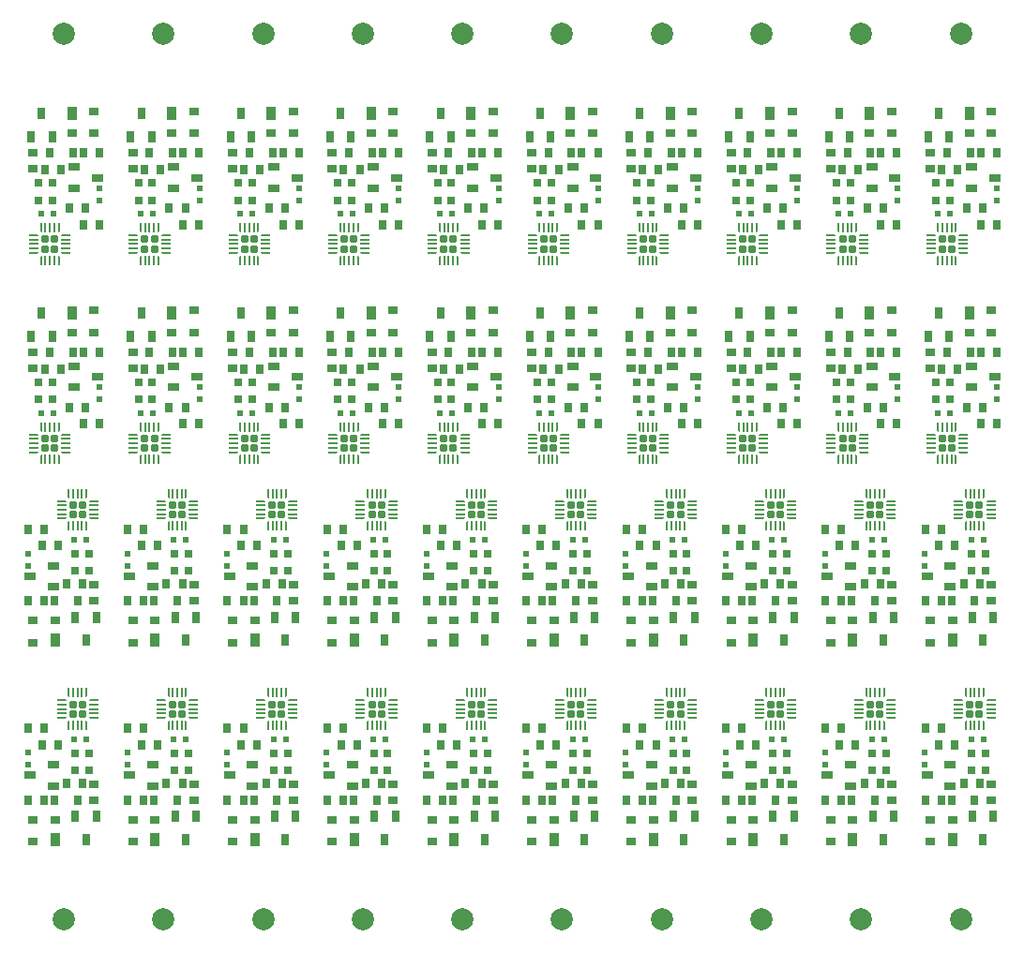
<source format=gtp>
G04 #@! TF.GenerationSoftware,KiCad,Pcbnew,7.0.11*
G04 #@! TF.CreationDate,2024-02-28T18:49:23+09:00*
G04 #@! TF.ProjectId,F02-Func-Decoder-p,4630322d-4675-46e6-932d-4465636f6465,rev?*
G04 #@! TF.SameCoordinates,Original*
G04 #@! TF.FileFunction,Paste,Top*
G04 #@! TF.FilePolarity,Positive*
%FSLAX46Y46*%
G04 Gerber Fmt 4.6, Leading zero omitted, Abs format (unit mm)*
G04 Created by KiCad (PCBNEW 7.0.11) date 2024-02-28 18:49:23*
%MOMM*%
%LPD*%
G01*
G04 APERTURE LIST*
G04 Aperture macros list*
%AMRoundRect*
0 Rectangle with rounded corners*
0 $1 Rounding radius*
0 $2 $3 $4 $5 $6 $7 $8 $9 X,Y pos of 4 corners*
0 Add a 4 corners polygon primitive as box body*
4,1,4,$2,$3,$4,$5,$6,$7,$8,$9,$2,$3,0*
0 Add four circle primitives for the rounded corners*
1,1,$1+$1,$2,$3*
1,1,$1+$1,$4,$5*
1,1,$1+$1,$6,$7*
1,1,$1+$1,$8,$9*
0 Add four rect primitives between the rounded corners*
20,1,$1+$1,$2,$3,$4,$5,0*
20,1,$1+$1,$4,$5,$6,$7,0*
20,1,$1+$1,$6,$7,$8,$9,0*
20,1,$1+$1,$8,$9,$2,$3,0*%
%AMFreePoly0*
4,1,14,0.334644,0.085355,0.385355,0.034644,0.400000,-0.000711,0.400000,-0.050000,0.385355,-0.085355,0.350000,-0.100000,-0.350000,-0.100000,-0.385355,-0.085355,-0.400000,-0.050000,-0.400000,0.050000,-0.385355,0.085355,-0.350000,0.100000,0.299289,0.100000,0.334644,0.085355,0.334644,0.085355,$1*%
%AMFreePoly1*
4,1,14,0.385355,0.085355,0.400000,0.050000,0.400000,0.000711,0.385355,-0.034644,0.334644,-0.085355,0.299289,-0.100000,-0.350000,-0.100000,-0.385355,-0.085355,-0.400000,-0.050000,-0.400000,0.050000,-0.385355,0.085355,-0.350000,0.100000,0.350000,0.100000,0.385355,0.085355,0.385355,0.085355,$1*%
%AMFreePoly2*
4,1,14,0.085355,0.385355,0.100000,0.350000,0.100000,-0.350000,0.085355,-0.385355,0.050000,-0.400000,-0.050000,-0.400000,-0.085355,-0.385355,-0.100000,-0.350000,-0.100000,0.299289,-0.085355,0.334644,-0.034644,0.385355,0.000711,0.400000,0.050000,0.400000,0.085355,0.385355,0.085355,0.385355,$1*%
%AMFreePoly3*
4,1,14,0.034644,0.385355,0.085355,0.334644,0.100000,0.299289,0.100000,-0.350000,0.085355,-0.385355,0.050000,-0.400000,-0.050000,-0.400000,-0.085355,-0.385355,-0.100000,-0.350000,-0.100000,0.350000,-0.085355,0.385355,-0.050000,0.400000,-0.000711,0.400000,0.034644,0.385355,0.034644,0.385355,$1*%
%AMFreePoly4*
4,1,14,0.385355,0.085355,0.400000,0.050000,0.400000,-0.050000,0.385355,-0.085355,0.350000,-0.100000,-0.299289,-0.100000,-0.334644,-0.085355,-0.385355,-0.034644,-0.400000,0.000711,-0.400000,0.050000,-0.385355,0.085355,-0.350000,0.100000,0.350000,0.100000,0.385355,0.085355,0.385355,0.085355,$1*%
%AMFreePoly5*
4,1,14,0.385355,0.085355,0.400000,0.050000,0.400000,-0.050000,0.385355,-0.085355,0.350000,-0.100000,-0.350000,-0.100000,-0.385355,-0.085355,-0.400000,-0.050000,-0.400000,-0.000711,-0.385355,0.034644,-0.334644,0.085355,-0.299289,0.100000,0.350000,0.100000,0.385355,0.085355,0.385355,0.085355,$1*%
%AMFreePoly6*
4,1,14,0.085355,0.385355,0.100000,0.350000,0.100000,-0.299289,0.085355,-0.334644,0.034644,-0.385355,-0.000711,-0.400000,-0.050000,-0.400000,-0.085355,-0.385355,-0.100000,-0.350000,-0.100000,0.350000,-0.085355,0.385355,-0.050000,0.400000,0.050000,0.400000,0.085355,0.385355,0.085355,0.385355,$1*%
%AMFreePoly7*
4,1,14,0.085355,0.385355,0.100000,0.350000,0.100000,-0.350000,0.085355,-0.385355,0.050000,-0.400000,0.000711,-0.400000,-0.034644,-0.385355,-0.085355,-0.334644,-0.100000,-0.299289,-0.100000,0.350000,-0.085355,0.385355,-0.050000,0.400000,0.050000,0.400000,0.085355,0.385355,0.085355,0.385355,$1*%
G04 Aperture macros list end*
%ADD10R,0.650000X0.900000*%
%ADD11R,0.550000X0.500000*%
%ADD12R,0.700000X0.800000*%
%ADD13C,2.000000*%
%ADD14R,0.900000X1.200000*%
%ADD15R,0.900000X0.800000*%
%ADD16R,0.800000X1.000000*%
%ADD17R,0.500000X0.550000*%
%ADD18RoundRect,0.172500X-0.172500X0.172500X-0.172500X-0.172500X0.172500X-0.172500X0.172500X0.172500X0*%
%ADD19FreePoly0,270.000000*%
%ADD20RoundRect,0.050000X-0.050000X0.350000X-0.050000X-0.350000X0.050000X-0.350000X0.050000X0.350000X0*%
%ADD21FreePoly1,270.000000*%
%ADD22FreePoly2,270.000000*%
%ADD23RoundRect,0.050000X-0.350000X0.050000X-0.350000X-0.050000X0.350000X-0.050000X0.350000X0.050000X0*%
%ADD24FreePoly3,270.000000*%
%ADD25FreePoly4,270.000000*%
%ADD26FreePoly5,270.000000*%
%ADD27FreePoly6,270.000000*%
%ADD28FreePoly7,270.000000*%
%ADD29R,1.000000X0.800000*%
%ADD30R,0.900000X0.650000*%
%ADD31R,0.800000X0.900000*%
%ADD32R,0.800000X0.800000*%
%ADD33RoundRect,0.172500X0.172500X-0.172500X0.172500X0.172500X-0.172500X0.172500X-0.172500X-0.172500X0*%
%ADD34FreePoly0,90.000000*%
%ADD35RoundRect,0.050000X0.050000X-0.350000X0.050000X0.350000X-0.050000X0.350000X-0.050000X-0.350000X0*%
%ADD36FreePoly1,90.000000*%
%ADD37FreePoly2,90.000000*%
%ADD38RoundRect,0.050000X0.350000X-0.050000X0.350000X0.050000X-0.350000X0.050000X-0.350000X-0.050000X0*%
%ADD39FreePoly3,90.000000*%
%ADD40FreePoly4,90.000000*%
%ADD41FreePoly5,90.000000*%
%ADD42FreePoly6,90.000000*%
%ADD43FreePoly7,90.000000*%
G04 APERTURE END LIST*
D10*
X166725000Y-98700000D03*
X165275000Y-98700000D03*
D11*
X149050000Y-94750000D03*
X147950000Y-94750000D03*
D12*
X185250000Y-113975000D03*
X185250000Y-115525000D03*
D13*
X156000000Y-129000000D03*
D12*
X122250000Y-113975000D03*
X122250000Y-115525000D03*
D10*
X118275000Y-79300000D03*
X119725000Y-79300000D03*
D14*
X156750000Y-74200000D03*
D15*
X156750000Y-76000000D03*
X158750000Y-76000000D03*
X158750000Y-74000000D03*
D16*
X122950000Y-101700000D03*
X121050000Y-101700000D03*
X122000000Y-103800000D03*
D10*
X188775000Y-111750000D03*
X190225000Y-111750000D03*
D17*
X107750000Y-115050000D03*
X107750000Y-113950000D03*
D16*
X171050000Y-58300000D03*
X172950000Y-58300000D03*
X172000000Y-56200000D03*
D12*
X108750000Y-82025000D03*
X108750000Y-80475000D03*
D11*
X135950000Y-65250000D03*
X137050000Y-65250000D03*
D10*
X127275000Y-61300000D03*
X128725000Y-61300000D03*
D16*
X158950000Y-119700000D03*
X157050000Y-119700000D03*
X158000000Y-121800000D03*
D18*
X182175000Y-85575000D03*
X181325000Y-85575000D03*
X182175000Y-86425000D03*
X181325000Y-86425000D03*
D19*
X182550000Y-84550000D03*
D20*
X182150000Y-84550000D03*
X181750000Y-84550000D03*
X181350000Y-84550000D03*
D21*
X180950000Y-84550000D03*
D22*
X180300000Y-85200000D03*
D23*
X180300000Y-85600000D03*
X180300000Y-86000000D03*
X180300000Y-86400000D03*
D24*
X180300000Y-86800000D03*
D25*
X180950000Y-87450000D03*
D20*
X181350000Y-87450000D03*
X181750000Y-87450000D03*
X182150000Y-87450000D03*
D26*
X182550000Y-87450000D03*
D27*
X183200000Y-86800000D03*
D23*
X183200000Y-86400000D03*
X183200000Y-86000000D03*
X183200000Y-85600000D03*
D28*
X183200000Y-85200000D03*
D29*
X182050000Y-116950000D03*
X182050000Y-115050000D03*
X179950000Y-116000000D03*
D17*
X168250000Y-80950000D03*
X168250000Y-82050000D03*
D30*
X162250000Y-77775000D03*
X162250000Y-79225000D03*
X122750000Y-100225000D03*
X122750000Y-98775000D03*
D12*
X158250000Y-113975000D03*
X158250000Y-115525000D03*
D16*
X140950000Y-119700000D03*
X139050000Y-119700000D03*
X140000000Y-121800000D03*
D10*
X107775000Y-100250000D03*
X109225000Y-100250000D03*
D29*
X174950000Y-79050000D03*
X174950000Y-80950000D03*
X177050000Y-80000000D03*
D12*
X158250000Y-95975000D03*
X158250000Y-97525000D03*
D11*
X144950000Y-65250000D03*
X146050000Y-65250000D03*
D31*
X110150000Y-118250000D03*
X112250000Y-118250000D03*
D11*
X167050000Y-112750000D03*
X165950000Y-112750000D03*
D31*
X120850000Y-59750000D03*
X118750000Y-59750000D03*
D10*
X136025000Y-113250000D03*
X137475000Y-113250000D03*
D31*
X111850000Y-59750000D03*
X109750000Y-59750000D03*
D13*
X156000000Y-49000000D03*
D17*
X123250000Y-62950000D03*
X123250000Y-64050000D03*
D16*
X122950000Y-119700000D03*
X121050000Y-119700000D03*
X122000000Y-121800000D03*
D10*
X193975000Y-82750000D03*
X192525000Y-82750000D03*
D12*
X180750000Y-64025000D03*
X180750000Y-62475000D03*
D11*
X185050000Y-112750000D03*
X183950000Y-112750000D03*
D32*
X130000000Y-113975000D03*
X130000000Y-115525000D03*
D12*
X135750000Y-82025000D03*
X135750000Y-80475000D03*
D33*
X192825000Y-110425000D03*
X193675000Y-110425000D03*
X192825000Y-109575000D03*
X193675000Y-109575000D03*
D34*
X192450000Y-111450000D03*
D35*
X192850000Y-111450000D03*
X193250000Y-111450000D03*
X193650000Y-111450000D03*
D36*
X194050000Y-111450000D03*
D37*
X194700000Y-110800000D03*
D38*
X194700000Y-110400000D03*
X194700000Y-110000000D03*
X194700000Y-109600000D03*
D39*
X194700000Y-109200000D03*
D40*
X194050000Y-108550000D03*
D35*
X193650000Y-108550000D03*
X193250000Y-108550000D03*
X192850000Y-108550000D03*
D41*
X192450000Y-108550000D03*
D42*
X191800000Y-109200000D03*
D38*
X191800000Y-109600000D03*
X191800000Y-110000000D03*
X191800000Y-110400000D03*
D43*
X191800000Y-110800000D03*
D30*
X108250000Y-59775000D03*
X108250000Y-61225000D03*
D14*
X119250000Y-103800000D03*
D15*
X119250000Y-102000000D03*
X117250000Y-102000000D03*
X117250000Y-104000000D03*
D10*
X157975000Y-82750000D03*
X156525000Y-82750000D03*
D33*
X156825000Y-110425000D03*
X157675000Y-110425000D03*
X156825000Y-109575000D03*
X157675000Y-109575000D03*
D34*
X156450000Y-111450000D03*
D35*
X156850000Y-111450000D03*
X157250000Y-111450000D03*
X157650000Y-111450000D03*
D36*
X158050000Y-111450000D03*
D37*
X158700000Y-110800000D03*
D38*
X158700000Y-110400000D03*
X158700000Y-110000000D03*
X158700000Y-109600000D03*
D39*
X158700000Y-109200000D03*
D40*
X158050000Y-108550000D03*
D35*
X157650000Y-108550000D03*
X157250000Y-108550000D03*
X156850000Y-108550000D03*
D41*
X156450000Y-108550000D03*
D42*
X155800000Y-109200000D03*
D38*
X155800000Y-109600000D03*
X155800000Y-110000000D03*
X155800000Y-110400000D03*
D43*
X155800000Y-110800000D03*
D10*
X127025000Y-95250000D03*
X128475000Y-95250000D03*
D30*
X194750000Y-118225000D03*
X194750000Y-116775000D03*
X140750000Y-100225000D03*
X140750000Y-98775000D03*
D16*
X176950000Y-101700000D03*
X175050000Y-101700000D03*
X176000000Y-103800000D03*
D10*
X152775000Y-100250000D03*
X154225000Y-100250000D03*
D33*
X120825000Y-92425000D03*
X121675000Y-92425000D03*
X120825000Y-91575000D03*
X121675000Y-91575000D03*
D34*
X120450000Y-93450000D03*
D35*
X120850000Y-93450000D03*
X121250000Y-93450000D03*
X121650000Y-93450000D03*
D36*
X122050000Y-93450000D03*
D37*
X122700000Y-92800000D03*
D38*
X122700000Y-92400000D03*
X122700000Y-92000000D03*
X122700000Y-91600000D03*
D39*
X122700000Y-91200000D03*
D40*
X122050000Y-90550000D03*
D35*
X121650000Y-90550000D03*
X121250000Y-90550000D03*
X120850000Y-90550000D03*
D41*
X120450000Y-90550000D03*
D42*
X119800000Y-91200000D03*
D38*
X119800000Y-91600000D03*
X119800000Y-92000000D03*
X119800000Y-92400000D03*
D43*
X119800000Y-92800000D03*
D10*
X139725000Y-116700000D03*
X138275000Y-116700000D03*
D30*
X171250000Y-77775000D03*
X171250000Y-79225000D03*
D32*
X173000000Y-64025000D03*
X173000000Y-62475000D03*
D14*
X173250000Y-121800000D03*
D15*
X173250000Y-120000000D03*
X171250000Y-120000000D03*
X171250000Y-122000000D03*
D30*
X144250000Y-59775000D03*
X144250000Y-61225000D03*
D10*
X116775000Y-100250000D03*
X118225000Y-100250000D03*
D12*
X185250000Y-95975000D03*
X185250000Y-97525000D03*
D29*
X128050000Y-98950000D03*
X128050000Y-97050000D03*
X125950000Y-98000000D03*
D10*
X195225000Y-77750000D03*
X193775000Y-77750000D03*
X143775000Y-111750000D03*
X145225000Y-111750000D03*
D13*
X165000000Y-49000000D03*
D10*
X136275000Y-61300000D03*
X137725000Y-61300000D03*
X118025000Y-113250000D03*
X119475000Y-113250000D03*
D11*
X131050000Y-94750000D03*
X129950000Y-94750000D03*
D29*
X173050000Y-116950000D03*
X173050000Y-115050000D03*
X170950000Y-116000000D03*
D10*
X123225000Y-66250000D03*
X121775000Y-66250000D03*
D30*
X158750000Y-118225000D03*
X158750000Y-116775000D03*
D17*
X143750000Y-97050000D03*
X143750000Y-95950000D03*
D14*
X155250000Y-121800000D03*
D15*
X155250000Y-120000000D03*
X153250000Y-120000000D03*
X153250000Y-122000000D03*
D17*
X143750000Y-115050000D03*
X143750000Y-113950000D03*
X141250000Y-62950000D03*
X141250000Y-64050000D03*
D30*
X171250000Y-59775000D03*
X171250000Y-61225000D03*
X153250000Y-59775000D03*
X153250000Y-61225000D03*
D29*
X120950000Y-79050000D03*
X120950000Y-80950000D03*
X123050000Y-80000000D03*
D10*
X132225000Y-84250000D03*
X130775000Y-84250000D03*
D12*
X167250000Y-95975000D03*
X167250000Y-97525000D03*
D14*
X111750000Y-56200000D03*
D15*
X111750000Y-58000000D03*
X113750000Y-58000000D03*
X113750000Y-56000000D03*
D17*
X188750000Y-115050000D03*
X188750000Y-113950000D03*
D32*
X128000000Y-82025000D03*
X128000000Y-80475000D03*
D10*
X170775000Y-100250000D03*
X172225000Y-100250000D03*
D13*
X129000000Y-129000000D03*
D18*
X137175000Y-67575000D03*
X136325000Y-67575000D03*
X137175000Y-68425000D03*
X136325000Y-68425000D03*
D19*
X137550000Y-66550000D03*
D20*
X137150000Y-66550000D03*
X136750000Y-66550000D03*
X136350000Y-66550000D03*
D21*
X135950000Y-66550000D03*
D22*
X135300000Y-67200000D03*
D23*
X135300000Y-67600000D03*
X135300000Y-68000000D03*
X135300000Y-68400000D03*
D24*
X135300000Y-68800000D03*
D25*
X135950000Y-69450000D03*
D20*
X136350000Y-69450000D03*
X136750000Y-69450000D03*
X137150000Y-69450000D03*
D26*
X137550000Y-69450000D03*
D27*
X138200000Y-68800000D03*
D23*
X138200000Y-68400000D03*
X138200000Y-68000000D03*
X138200000Y-67600000D03*
D28*
X138200000Y-67200000D03*
D14*
X183750000Y-74200000D03*
D15*
X183750000Y-76000000D03*
X185750000Y-76000000D03*
X185750000Y-74000000D03*
D16*
X167950000Y-101700000D03*
X166050000Y-101700000D03*
X167000000Y-103800000D03*
D17*
X123250000Y-80950000D03*
X123250000Y-82050000D03*
D13*
X120000000Y-129000000D03*
D10*
X177225000Y-59750000D03*
X175775000Y-59750000D03*
D12*
X194250000Y-95975000D03*
X194250000Y-97525000D03*
D13*
X120000000Y-49000000D03*
D10*
X112725000Y-116700000D03*
X111275000Y-116700000D03*
X134775000Y-100250000D03*
X136225000Y-100250000D03*
X175975000Y-64750000D03*
X174525000Y-64750000D03*
D12*
X113250000Y-95975000D03*
X113250000Y-97525000D03*
D17*
X186250000Y-62950000D03*
X186250000Y-64050000D03*
D33*
X147825000Y-92425000D03*
X148675000Y-92425000D03*
X147825000Y-91575000D03*
X148675000Y-91575000D03*
D34*
X147450000Y-93450000D03*
D35*
X147850000Y-93450000D03*
X148250000Y-93450000D03*
X148650000Y-93450000D03*
D36*
X149050000Y-93450000D03*
D37*
X149700000Y-92800000D03*
D38*
X149700000Y-92400000D03*
X149700000Y-92000000D03*
X149700000Y-91600000D03*
D39*
X149700000Y-91200000D03*
D40*
X149050000Y-90550000D03*
D35*
X148650000Y-90550000D03*
X148250000Y-90550000D03*
X147850000Y-90550000D03*
D41*
X147450000Y-90550000D03*
D42*
X146800000Y-91200000D03*
D38*
X146800000Y-91600000D03*
X146800000Y-92000000D03*
X146800000Y-92400000D03*
D43*
X146800000Y-92800000D03*
D10*
X161775000Y-100250000D03*
X163225000Y-100250000D03*
D16*
X135050000Y-76300000D03*
X136950000Y-76300000D03*
X136000000Y-74200000D03*
D31*
X119150000Y-100250000D03*
X121250000Y-100250000D03*
D33*
X183825000Y-110425000D03*
X184675000Y-110425000D03*
X183825000Y-109575000D03*
X184675000Y-109575000D03*
D34*
X183450000Y-111450000D03*
D35*
X183850000Y-111450000D03*
X184250000Y-111450000D03*
X184650000Y-111450000D03*
D36*
X185050000Y-111450000D03*
D37*
X185700000Y-110800000D03*
D38*
X185700000Y-110400000D03*
X185700000Y-110000000D03*
X185700000Y-109600000D03*
D39*
X185700000Y-109200000D03*
D40*
X185050000Y-108550000D03*
D35*
X184650000Y-108550000D03*
X184250000Y-108550000D03*
X183850000Y-108550000D03*
D41*
X183450000Y-108550000D03*
D42*
X182800000Y-109200000D03*
D38*
X182800000Y-109600000D03*
X182800000Y-110000000D03*
X182800000Y-110400000D03*
D43*
X182800000Y-110800000D03*
D29*
X165950000Y-79050000D03*
X165950000Y-80950000D03*
X168050000Y-80000000D03*
D33*
X165825000Y-92425000D03*
X166675000Y-92425000D03*
X165825000Y-91575000D03*
X166675000Y-91575000D03*
D34*
X165450000Y-93450000D03*
D35*
X165850000Y-93450000D03*
X166250000Y-93450000D03*
X166650000Y-93450000D03*
D36*
X167050000Y-93450000D03*
D37*
X167700000Y-92800000D03*
D38*
X167700000Y-92400000D03*
X167700000Y-92000000D03*
X167700000Y-91600000D03*
D39*
X167700000Y-91200000D03*
D40*
X167050000Y-90550000D03*
D35*
X166650000Y-90550000D03*
X166250000Y-90550000D03*
X165850000Y-90550000D03*
D41*
X165450000Y-90550000D03*
D42*
X164800000Y-91200000D03*
D38*
X164800000Y-91600000D03*
X164800000Y-92000000D03*
X164800000Y-92400000D03*
D43*
X164800000Y-92800000D03*
D10*
X121975000Y-64750000D03*
X120525000Y-64750000D03*
D11*
X140050000Y-112750000D03*
X138950000Y-112750000D03*
D10*
X132225000Y-59750000D03*
X130775000Y-59750000D03*
X181025000Y-95250000D03*
X182475000Y-95250000D03*
D16*
X194950000Y-119700000D03*
X193050000Y-119700000D03*
X194000000Y-121800000D03*
D10*
X121975000Y-82750000D03*
X120525000Y-82750000D03*
D16*
X117050000Y-58300000D03*
X118950000Y-58300000D03*
X118000000Y-56200000D03*
D13*
X183000000Y-129000000D03*
D31*
X129850000Y-59750000D03*
X127750000Y-59750000D03*
D32*
X164000000Y-82025000D03*
X164000000Y-80475000D03*
D17*
X152750000Y-115050000D03*
X152750000Y-113950000D03*
X161750000Y-97050000D03*
X161750000Y-95950000D03*
D10*
X159225000Y-77750000D03*
X157775000Y-77750000D03*
D16*
X144050000Y-76300000D03*
X145950000Y-76300000D03*
X145000000Y-74200000D03*
D31*
X156850000Y-77750000D03*
X154750000Y-77750000D03*
D10*
X143775000Y-118250000D03*
X145225000Y-118250000D03*
D30*
X117250000Y-77775000D03*
X117250000Y-79225000D03*
D16*
X180050000Y-58300000D03*
X181950000Y-58300000D03*
X181000000Y-56200000D03*
D10*
X141225000Y-84250000D03*
X139775000Y-84250000D03*
X161775000Y-111750000D03*
X163225000Y-111750000D03*
X141225000Y-77750000D03*
X139775000Y-77750000D03*
D29*
X119050000Y-98950000D03*
X119050000Y-97050000D03*
X116950000Y-98000000D03*
D10*
X139725000Y-98700000D03*
X138275000Y-98700000D03*
D14*
X156750000Y-56200000D03*
D15*
X156750000Y-58000000D03*
X158750000Y-58000000D03*
X158750000Y-56000000D03*
D32*
X139000000Y-113975000D03*
X139000000Y-115525000D03*
D13*
X174000000Y-49000000D03*
D14*
X191250000Y-121800000D03*
D15*
X191250000Y-120000000D03*
X189250000Y-120000000D03*
X189250000Y-122000000D03*
D30*
X158750000Y-100225000D03*
X158750000Y-98775000D03*
D32*
X155000000Y-64025000D03*
X155000000Y-62475000D03*
D11*
X158050000Y-94750000D03*
X156950000Y-94750000D03*
D31*
X174850000Y-59750000D03*
X172750000Y-59750000D03*
D10*
X114225000Y-59750000D03*
X112775000Y-59750000D03*
D18*
X146175000Y-85575000D03*
X145325000Y-85575000D03*
X146175000Y-86425000D03*
X145325000Y-86425000D03*
D19*
X146550000Y-84550000D03*
D20*
X146150000Y-84550000D03*
X145750000Y-84550000D03*
X145350000Y-84550000D03*
D21*
X144950000Y-84550000D03*
D22*
X144300000Y-85200000D03*
D23*
X144300000Y-85600000D03*
X144300000Y-86000000D03*
X144300000Y-86400000D03*
D24*
X144300000Y-86800000D03*
D25*
X144950000Y-87450000D03*
D20*
X145350000Y-87450000D03*
X145750000Y-87450000D03*
X146150000Y-87450000D03*
D26*
X146550000Y-87450000D03*
D27*
X147200000Y-86800000D03*
D23*
X147200000Y-86400000D03*
X147200000Y-86000000D03*
X147200000Y-85600000D03*
D28*
X147200000Y-85200000D03*
D11*
X194050000Y-94750000D03*
X192950000Y-94750000D03*
D14*
X110250000Y-103800000D03*
D15*
X110250000Y-102000000D03*
X108250000Y-102000000D03*
X108250000Y-104000000D03*
D10*
X195225000Y-59750000D03*
X193775000Y-59750000D03*
D16*
X149950000Y-119700000D03*
X148050000Y-119700000D03*
X149000000Y-121800000D03*
D10*
X163025000Y-113250000D03*
X164475000Y-113250000D03*
D17*
X150250000Y-62950000D03*
X150250000Y-64050000D03*
D11*
X153950000Y-83250000D03*
X155050000Y-83250000D03*
D13*
X192000000Y-129000000D03*
D10*
X109025000Y-113250000D03*
X110475000Y-113250000D03*
X177225000Y-84250000D03*
X175775000Y-84250000D03*
D29*
X120950000Y-61050000D03*
X120950000Y-62950000D03*
X123050000Y-62000000D03*
D13*
X129000000Y-49000000D03*
D29*
X183950000Y-61050000D03*
X183950000Y-62950000D03*
X186050000Y-62000000D03*
D10*
X179775000Y-100250000D03*
X181225000Y-100250000D03*
D29*
X182050000Y-98950000D03*
X182050000Y-97050000D03*
X179950000Y-98000000D03*
D10*
X116775000Y-111750000D03*
X118225000Y-111750000D03*
X136275000Y-79300000D03*
X137725000Y-79300000D03*
D11*
X108950000Y-65250000D03*
X110050000Y-65250000D03*
D10*
X168225000Y-59750000D03*
X166775000Y-59750000D03*
D14*
X146250000Y-121800000D03*
D15*
X146250000Y-120000000D03*
X144250000Y-120000000D03*
X144250000Y-122000000D03*
D29*
X110050000Y-98950000D03*
X110050000Y-97050000D03*
X107950000Y-98000000D03*
X155050000Y-116950000D03*
X155050000Y-115050000D03*
X152950000Y-116000000D03*
D11*
X149050000Y-112750000D03*
X147950000Y-112750000D03*
D30*
X149750000Y-100225000D03*
X149750000Y-98775000D03*
D10*
X170775000Y-111750000D03*
X172225000Y-111750000D03*
D12*
X176250000Y-113975000D03*
X176250000Y-115525000D03*
X135750000Y-64025000D03*
X135750000Y-62475000D03*
D17*
X159250000Y-62950000D03*
X159250000Y-64050000D03*
D14*
X165750000Y-74200000D03*
D15*
X165750000Y-76000000D03*
X167750000Y-76000000D03*
X167750000Y-74000000D03*
D17*
X114250000Y-62950000D03*
X114250000Y-64050000D03*
D16*
X117050000Y-76300000D03*
X118950000Y-76300000D03*
X118000000Y-74200000D03*
X108050000Y-58300000D03*
X109950000Y-58300000D03*
X109000000Y-56200000D03*
D31*
X155150000Y-100250000D03*
X157250000Y-100250000D03*
D12*
X189750000Y-64025000D03*
X189750000Y-62475000D03*
D11*
X144950000Y-83250000D03*
X146050000Y-83250000D03*
D10*
X109275000Y-79300000D03*
X110725000Y-79300000D03*
D32*
X121000000Y-95975000D03*
X121000000Y-97525000D03*
D31*
X183850000Y-59750000D03*
X181750000Y-59750000D03*
D13*
X174000000Y-129000000D03*
D31*
X183850000Y-77750000D03*
X181750000Y-77750000D03*
D33*
X138825000Y-110425000D03*
X139675000Y-110425000D03*
X138825000Y-109575000D03*
X139675000Y-109575000D03*
D34*
X138450000Y-111450000D03*
D35*
X138850000Y-111450000D03*
X139250000Y-111450000D03*
X139650000Y-111450000D03*
D36*
X140050000Y-111450000D03*
D37*
X140700000Y-110800000D03*
D38*
X140700000Y-110400000D03*
X140700000Y-110000000D03*
X140700000Y-109600000D03*
D39*
X140700000Y-109200000D03*
D40*
X140050000Y-108550000D03*
D35*
X139650000Y-108550000D03*
X139250000Y-108550000D03*
X138850000Y-108550000D03*
D41*
X138450000Y-108550000D03*
D42*
X137800000Y-109200000D03*
D38*
X137800000Y-109600000D03*
X137800000Y-110000000D03*
X137800000Y-110400000D03*
D43*
X137800000Y-110800000D03*
D12*
X144750000Y-64025000D03*
X144750000Y-62475000D03*
D10*
X166975000Y-64750000D03*
X165525000Y-64750000D03*
X172025000Y-113250000D03*
X173475000Y-113250000D03*
D32*
X184000000Y-113975000D03*
X184000000Y-115525000D03*
X146000000Y-82025000D03*
X146000000Y-80475000D03*
D10*
X123225000Y-59750000D03*
X121775000Y-59750000D03*
D32*
X175000000Y-95975000D03*
X175000000Y-97525000D03*
D30*
X167750000Y-118225000D03*
X167750000Y-116775000D03*
D11*
X122050000Y-94750000D03*
X120950000Y-94750000D03*
D13*
X138000000Y-129000000D03*
D32*
X112000000Y-113975000D03*
X112000000Y-115525000D03*
D29*
X119050000Y-116950000D03*
X119050000Y-115050000D03*
X116950000Y-116000000D03*
D10*
X139975000Y-82750000D03*
X138525000Y-82750000D03*
D17*
X170750000Y-115050000D03*
X170750000Y-113950000D03*
D29*
X164050000Y-98950000D03*
X164050000Y-97050000D03*
X161950000Y-98000000D03*
D10*
X154025000Y-95250000D03*
X155475000Y-95250000D03*
D12*
X194250000Y-113975000D03*
X194250000Y-115525000D03*
D10*
X177225000Y-66250000D03*
X175775000Y-66250000D03*
D32*
X175000000Y-113975000D03*
X175000000Y-115525000D03*
D10*
X134775000Y-111750000D03*
X136225000Y-111750000D03*
D14*
X173250000Y-103800000D03*
D15*
X173250000Y-102000000D03*
X171250000Y-102000000D03*
X171250000Y-104000000D03*
D10*
X163275000Y-61300000D03*
X164725000Y-61300000D03*
D17*
X170750000Y-97050000D03*
X170750000Y-95950000D03*
D14*
X192750000Y-56200000D03*
D15*
X192750000Y-58000000D03*
X194750000Y-58000000D03*
X194750000Y-56000000D03*
D13*
X111000000Y-129000000D03*
D10*
X161775000Y-118250000D03*
X163225000Y-118250000D03*
D31*
X191150000Y-118250000D03*
X193250000Y-118250000D03*
D32*
X110000000Y-64025000D03*
X110000000Y-62475000D03*
D10*
X130975000Y-64750000D03*
X129525000Y-64750000D03*
D18*
X191175000Y-85575000D03*
X190325000Y-85575000D03*
X191175000Y-86425000D03*
X190325000Y-86425000D03*
D19*
X191550000Y-84550000D03*
D20*
X191150000Y-84550000D03*
X190750000Y-84550000D03*
X190350000Y-84550000D03*
D21*
X189950000Y-84550000D03*
D22*
X189300000Y-85200000D03*
D23*
X189300000Y-85600000D03*
X189300000Y-86000000D03*
X189300000Y-86400000D03*
D24*
X189300000Y-86800000D03*
D25*
X189950000Y-87450000D03*
D20*
X190350000Y-87450000D03*
X190750000Y-87450000D03*
X191150000Y-87450000D03*
D26*
X191550000Y-87450000D03*
D27*
X192200000Y-86800000D03*
D23*
X192200000Y-86400000D03*
X192200000Y-86000000D03*
X192200000Y-85600000D03*
D28*
X192200000Y-85200000D03*
D12*
X126750000Y-82025000D03*
X126750000Y-80475000D03*
D16*
X185950000Y-101700000D03*
X184050000Y-101700000D03*
X185000000Y-103800000D03*
D10*
X188775000Y-118250000D03*
X190225000Y-118250000D03*
X118275000Y-61300000D03*
X119725000Y-61300000D03*
X150225000Y-77750000D03*
X148775000Y-77750000D03*
D18*
X119175000Y-85575000D03*
X118325000Y-85575000D03*
X119175000Y-86425000D03*
X118325000Y-86425000D03*
D19*
X119550000Y-84550000D03*
D20*
X119150000Y-84550000D03*
X118750000Y-84550000D03*
X118350000Y-84550000D03*
D21*
X117950000Y-84550000D03*
D22*
X117300000Y-85200000D03*
D23*
X117300000Y-85600000D03*
X117300000Y-86000000D03*
X117300000Y-86400000D03*
D24*
X117300000Y-86800000D03*
D25*
X117950000Y-87450000D03*
D20*
X118350000Y-87450000D03*
X118750000Y-87450000D03*
X119150000Y-87450000D03*
D26*
X119550000Y-87450000D03*
D27*
X120200000Y-86800000D03*
D23*
X120200000Y-86400000D03*
X120200000Y-86000000D03*
X120200000Y-85600000D03*
D28*
X120200000Y-85200000D03*
D12*
X117750000Y-82025000D03*
X117750000Y-80475000D03*
D17*
X152750000Y-97050000D03*
X152750000Y-95950000D03*
D16*
X144050000Y-58300000D03*
X145950000Y-58300000D03*
X145000000Y-56200000D03*
D32*
X193000000Y-95975000D03*
X193000000Y-97525000D03*
D14*
X147750000Y-56200000D03*
D15*
X147750000Y-58000000D03*
X149750000Y-58000000D03*
X149750000Y-56000000D03*
D10*
X172275000Y-61300000D03*
X173725000Y-61300000D03*
X166725000Y-116700000D03*
X165275000Y-116700000D03*
D33*
X147825000Y-110425000D03*
X148675000Y-110425000D03*
X147825000Y-109575000D03*
X148675000Y-109575000D03*
D34*
X147450000Y-111450000D03*
D35*
X147850000Y-111450000D03*
X148250000Y-111450000D03*
X148650000Y-111450000D03*
D36*
X149050000Y-111450000D03*
D37*
X149700000Y-110800000D03*
D38*
X149700000Y-110400000D03*
X149700000Y-110000000D03*
X149700000Y-109600000D03*
D39*
X149700000Y-109200000D03*
D40*
X149050000Y-108550000D03*
D35*
X148650000Y-108550000D03*
X148250000Y-108550000D03*
X147850000Y-108550000D03*
D41*
X147450000Y-108550000D03*
D42*
X146800000Y-109200000D03*
D38*
X146800000Y-109600000D03*
X146800000Y-110000000D03*
X146800000Y-110400000D03*
D43*
X146800000Y-110800000D03*
D16*
X131950000Y-119700000D03*
X130050000Y-119700000D03*
X131000000Y-121800000D03*
D18*
X119175000Y-67575000D03*
X118325000Y-67575000D03*
X119175000Y-68425000D03*
X118325000Y-68425000D03*
D19*
X119550000Y-66550000D03*
D20*
X119150000Y-66550000D03*
X118750000Y-66550000D03*
X118350000Y-66550000D03*
D21*
X117950000Y-66550000D03*
D22*
X117300000Y-67200000D03*
D23*
X117300000Y-67600000D03*
X117300000Y-68000000D03*
X117300000Y-68400000D03*
D24*
X117300000Y-68800000D03*
D25*
X117950000Y-69450000D03*
D20*
X118350000Y-69450000D03*
X118750000Y-69450000D03*
X119150000Y-69450000D03*
D26*
X119550000Y-69450000D03*
D27*
X120200000Y-68800000D03*
D23*
X120200000Y-68400000D03*
X120200000Y-68000000D03*
X120200000Y-67600000D03*
D28*
X120200000Y-67200000D03*
D14*
X147750000Y-74200000D03*
D15*
X147750000Y-76000000D03*
X149750000Y-76000000D03*
X149750000Y-74000000D03*
D30*
X108250000Y-77775000D03*
X108250000Y-79225000D03*
D29*
X146050000Y-98950000D03*
X146050000Y-97050000D03*
X143950000Y-98000000D03*
D10*
X170775000Y-93750000D03*
X172225000Y-93750000D03*
D17*
X134750000Y-115050000D03*
X134750000Y-113950000D03*
D32*
X155000000Y-82025000D03*
X155000000Y-80475000D03*
D16*
X171050000Y-76300000D03*
X172950000Y-76300000D03*
X172000000Y-74200000D03*
D17*
X107750000Y-97050000D03*
X107750000Y-95950000D03*
D10*
X163275000Y-79300000D03*
X164725000Y-79300000D03*
X121725000Y-116700000D03*
X120275000Y-116700000D03*
D11*
X171950000Y-65250000D03*
X173050000Y-65250000D03*
D17*
X159250000Y-80950000D03*
X159250000Y-82050000D03*
D10*
X132225000Y-66250000D03*
X130775000Y-66250000D03*
X127275000Y-79300000D03*
X128725000Y-79300000D03*
D11*
X189950000Y-83250000D03*
X191050000Y-83250000D03*
D14*
X182250000Y-103800000D03*
D15*
X182250000Y-102000000D03*
X180250000Y-102000000D03*
X180250000Y-104000000D03*
D10*
X143775000Y-93750000D03*
X145225000Y-93750000D03*
D32*
X182000000Y-64025000D03*
X182000000Y-62475000D03*
D12*
X176250000Y-95975000D03*
X176250000Y-97525000D03*
D29*
X147950000Y-79050000D03*
X147950000Y-80950000D03*
X150050000Y-80000000D03*
D16*
X126050000Y-58300000D03*
X127950000Y-58300000D03*
X127000000Y-56200000D03*
D18*
X128175000Y-67575000D03*
X127325000Y-67575000D03*
X128175000Y-68425000D03*
X127325000Y-68425000D03*
D19*
X128550000Y-66550000D03*
D20*
X128150000Y-66550000D03*
X127750000Y-66550000D03*
X127350000Y-66550000D03*
D21*
X126950000Y-66550000D03*
D22*
X126300000Y-67200000D03*
D23*
X126300000Y-67600000D03*
X126300000Y-68000000D03*
X126300000Y-68400000D03*
D24*
X126300000Y-68800000D03*
D25*
X126950000Y-69450000D03*
D20*
X127350000Y-69450000D03*
X127750000Y-69450000D03*
X128150000Y-69450000D03*
D26*
X128550000Y-69450000D03*
D27*
X129200000Y-68800000D03*
D23*
X129200000Y-68400000D03*
X129200000Y-68000000D03*
X129200000Y-67600000D03*
D28*
X129200000Y-67200000D03*
D16*
X153050000Y-76300000D03*
X154950000Y-76300000D03*
X154000000Y-74200000D03*
D18*
X146175000Y-67575000D03*
X145325000Y-67575000D03*
X146175000Y-68425000D03*
X145325000Y-68425000D03*
D19*
X146550000Y-66550000D03*
D20*
X146150000Y-66550000D03*
X145750000Y-66550000D03*
X145350000Y-66550000D03*
D21*
X144950000Y-66550000D03*
D22*
X144300000Y-67200000D03*
D23*
X144300000Y-67600000D03*
X144300000Y-68000000D03*
X144300000Y-68400000D03*
D24*
X144300000Y-68800000D03*
D25*
X144950000Y-69450000D03*
D20*
X145350000Y-69450000D03*
X145750000Y-69450000D03*
X146150000Y-69450000D03*
D26*
X146550000Y-69450000D03*
D27*
X147200000Y-68800000D03*
D23*
X147200000Y-68400000D03*
X147200000Y-68000000D03*
X147200000Y-67600000D03*
D28*
X147200000Y-67200000D03*
D33*
X183825000Y-92425000D03*
X184675000Y-92425000D03*
X183825000Y-91575000D03*
X184675000Y-91575000D03*
D34*
X183450000Y-93450000D03*
D35*
X183850000Y-93450000D03*
X184250000Y-93450000D03*
X184650000Y-93450000D03*
D36*
X185050000Y-93450000D03*
D37*
X185700000Y-92800000D03*
D38*
X185700000Y-92400000D03*
X185700000Y-92000000D03*
X185700000Y-91600000D03*
D39*
X185700000Y-91200000D03*
D40*
X185050000Y-90550000D03*
D35*
X184650000Y-90550000D03*
X184250000Y-90550000D03*
X183850000Y-90550000D03*
D41*
X183450000Y-90550000D03*
D42*
X182800000Y-91200000D03*
D38*
X182800000Y-91600000D03*
X182800000Y-92000000D03*
X182800000Y-92400000D03*
D43*
X182800000Y-92800000D03*
D10*
X116775000Y-118250000D03*
X118225000Y-118250000D03*
D31*
X156850000Y-59750000D03*
X154750000Y-59750000D03*
D10*
X186225000Y-77750000D03*
X184775000Y-77750000D03*
D13*
X183000000Y-49000000D03*
D10*
X154275000Y-61300000D03*
X155725000Y-61300000D03*
X186225000Y-66250000D03*
X184775000Y-66250000D03*
X179775000Y-93750000D03*
X181225000Y-93750000D03*
D14*
X129750000Y-56200000D03*
D15*
X129750000Y-58000000D03*
X131750000Y-58000000D03*
X131750000Y-56000000D03*
D16*
X149950000Y-101700000D03*
X148050000Y-101700000D03*
X149000000Y-103800000D03*
D12*
X149250000Y-95975000D03*
X149250000Y-97525000D03*
D14*
X164250000Y-103800000D03*
D15*
X164250000Y-102000000D03*
X162250000Y-102000000D03*
X162250000Y-104000000D03*
D18*
X164175000Y-67575000D03*
X163325000Y-67575000D03*
X164175000Y-68425000D03*
X163325000Y-68425000D03*
D19*
X164550000Y-66550000D03*
D20*
X164150000Y-66550000D03*
X163750000Y-66550000D03*
X163350000Y-66550000D03*
D21*
X162950000Y-66550000D03*
D22*
X162300000Y-67200000D03*
D23*
X162300000Y-67600000D03*
X162300000Y-68000000D03*
X162300000Y-68400000D03*
D24*
X162300000Y-68800000D03*
D25*
X162950000Y-69450000D03*
D20*
X163350000Y-69450000D03*
X163750000Y-69450000D03*
X164150000Y-69450000D03*
D26*
X164550000Y-69450000D03*
D27*
X165200000Y-68800000D03*
D23*
X165200000Y-68400000D03*
X165200000Y-68000000D03*
X165200000Y-67600000D03*
D28*
X165200000Y-67200000D03*
D32*
X130000000Y-95975000D03*
X130000000Y-97525000D03*
D14*
X165750000Y-56200000D03*
D15*
X165750000Y-58000000D03*
X167750000Y-58000000D03*
X167750000Y-56000000D03*
D29*
X138950000Y-61050000D03*
X138950000Y-62950000D03*
X141050000Y-62000000D03*
D32*
X191000000Y-64025000D03*
X191000000Y-62475000D03*
X157000000Y-113975000D03*
X157000000Y-115525000D03*
D31*
X110150000Y-100250000D03*
X112250000Y-100250000D03*
D29*
X164050000Y-116950000D03*
X164050000Y-115050000D03*
X161950000Y-116000000D03*
X147950000Y-61050000D03*
X147950000Y-62950000D03*
X150050000Y-62000000D03*
D16*
X113950000Y-101700000D03*
X112050000Y-101700000D03*
X113000000Y-103800000D03*
D10*
X193725000Y-98700000D03*
X192275000Y-98700000D03*
D12*
X171750000Y-64025000D03*
X171750000Y-62475000D03*
D29*
X192950000Y-61050000D03*
X192950000Y-62950000D03*
X195050000Y-62000000D03*
D10*
X130725000Y-98700000D03*
X129275000Y-98700000D03*
X112725000Y-98700000D03*
X111275000Y-98700000D03*
D17*
X125750000Y-115050000D03*
X125750000Y-113950000D03*
D13*
X111000000Y-49000000D03*
D10*
X127025000Y-113250000D03*
X128475000Y-113250000D03*
X190275000Y-79300000D03*
X191725000Y-79300000D03*
D16*
X126050000Y-76300000D03*
X127950000Y-76300000D03*
X127000000Y-74200000D03*
D12*
X162750000Y-64025000D03*
X162750000Y-62475000D03*
D10*
X114225000Y-66250000D03*
X112775000Y-66250000D03*
D12*
X149250000Y-113975000D03*
X149250000Y-115525000D03*
D14*
X138750000Y-74200000D03*
D15*
X138750000Y-76000000D03*
X140750000Y-76000000D03*
X140750000Y-74000000D03*
D14*
X164250000Y-121800000D03*
D15*
X164250000Y-120000000D03*
X162250000Y-120000000D03*
X162250000Y-122000000D03*
D14*
X129750000Y-74200000D03*
D15*
X129750000Y-76000000D03*
X131750000Y-76000000D03*
X131750000Y-74000000D03*
D18*
X173175000Y-67575000D03*
X172325000Y-67575000D03*
X173175000Y-68425000D03*
X172325000Y-68425000D03*
D19*
X173550000Y-66550000D03*
D20*
X173150000Y-66550000D03*
X172750000Y-66550000D03*
X172350000Y-66550000D03*
D21*
X171950000Y-66550000D03*
D22*
X171300000Y-67200000D03*
D23*
X171300000Y-67600000D03*
X171300000Y-68000000D03*
X171300000Y-68400000D03*
D24*
X171300000Y-68800000D03*
D25*
X171950000Y-69450000D03*
D20*
X172350000Y-69450000D03*
X172750000Y-69450000D03*
X173150000Y-69450000D03*
D26*
X173550000Y-69450000D03*
D27*
X174200000Y-68800000D03*
D23*
X174200000Y-68400000D03*
X174200000Y-68000000D03*
X174200000Y-67600000D03*
D28*
X174200000Y-67200000D03*
D33*
X165825000Y-110425000D03*
X166675000Y-110425000D03*
X165825000Y-109575000D03*
X166675000Y-109575000D03*
D34*
X165450000Y-111450000D03*
D35*
X165850000Y-111450000D03*
X166250000Y-111450000D03*
X166650000Y-111450000D03*
D36*
X167050000Y-111450000D03*
D37*
X167700000Y-110800000D03*
D38*
X167700000Y-110400000D03*
X167700000Y-110000000D03*
X167700000Y-109600000D03*
D39*
X167700000Y-109200000D03*
D40*
X167050000Y-108550000D03*
D35*
X166650000Y-108550000D03*
X166250000Y-108550000D03*
X165850000Y-108550000D03*
D41*
X165450000Y-108550000D03*
D42*
X164800000Y-109200000D03*
D38*
X164800000Y-109600000D03*
X164800000Y-110000000D03*
X164800000Y-110400000D03*
D43*
X164800000Y-110800000D03*
D31*
X165850000Y-77750000D03*
X163750000Y-77750000D03*
D10*
X150225000Y-59750000D03*
X148775000Y-59750000D03*
D32*
X166000000Y-113975000D03*
X166000000Y-115525000D03*
D12*
X126750000Y-64025000D03*
X126750000Y-62475000D03*
X171750000Y-82025000D03*
X171750000Y-80475000D03*
D18*
X164175000Y-85575000D03*
X163325000Y-85575000D03*
X164175000Y-86425000D03*
X163325000Y-86425000D03*
D19*
X164550000Y-84550000D03*
D20*
X164150000Y-84550000D03*
X163750000Y-84550000D03*
X163350000Y-84550000D03*
D21*
X162950000Y-84550000D03*
D22*
X162300000Y-85200000D03*
D23*
X162300000Y-85600000D03*
X162300000Y-86000000D03*
X162300000Y-86400000D03*
D24*
X162300000Y-86800000D03*
D25*
X162950000Y-87450000D03*
D20*
X163350000Y-87450000D03*
X163750000Y-87450000D03*
X164150000Y-87450000D03*
D26*
X164550000Y-87450000D03*
D27*
X165200000Y-86800000D03*
D23*
X165200000Y-86400000D03*
X165200000Y-86000000D03*
X165200000Y-85600000D03*
D28*
X165200000Y-85200000D03*
D14*
X128250000Y-121800000D03*
D15*
X128250000Y-120000000D03*
X126250000Y-120000000D03*
X126250000Y-122000000D03*
D12*
X153750000Y-64025000D03*
X153750000Y-62475000D03*
D10*
X134775000Y-118250000D03*
X136225000Y-118250000D03*
D30*
X113750000Y-118225000D03*
X113750000Y-116775000D03*
D31*
X191150000Y-100250000D03*
X193250000Y-100250000D03*
D12*
X180750000Y-82025000D03*
X180750000Y-80475000D03*
D30*
X149750000Y-118225000D03*
X149750000Y-116775000D03*
D31*
X164150000Y-100250000D03*
X166250000Y-100250000D03*
X137150000Y-100250000D03*
X139250000Y-100250000D03*
D10*
X181275000Y-79300000D03*
X182725000Y-79300000D03*
X150225000Y-66250000D03*
X148775000Y-66250000D03*
D17*
X161750000Y-115050000D03*
X161750000Y-113950000D03*
D11*
X113050000Y-112750000D03*
X111950000Y-112750000D03*
D17*
X134750000Y-97050000D03*
X134750000Y-95950000D03*
X132250000Y-80950000D03*
X132250000Y-82050000D03*
D14*
X120750000Y-74200000D03*
D15*
X120750000Y-76000000D03*
X122750000Y-76000000D03*
X122750000Y-74000000D03*
D17*
X179750000Y-115050000D03*
X179750000Y-113950000D03*
D29*
X155050000Y-98950000D03*
X155050000Y-97050000D03*
X152950000Y-98000000D03*
D10*
X172275000Y-79300000D03*
X173725000Y-79300000D03*
D14*
X146250000Y-103800000D03*
D15*
X146250000Y-102000000D03*
X144250000Y-102000000D03*
X144250000Y-104000000D03*
D31*
X182150000Y-118250000D03*
X184250000Y-118250000D03*
D17*
X125750000Y-97050000D03*
X125750000Y-95950000D03*
D10*
X188775000Y-93750000D03*
X190225000Y-93750000D03*
X175975000Y-82750000D03*
X174525000Y-82750000D03*
D33*
X129825000Y-92425000D03*
X130675000Y-92425000D03*
X129825000Y-91575000D03*
X130675000Y-91575000D03*
D34*
X129450000Y-93450000D03*
D35*
X129850000Y-93450000D03*
X130250000Y-93450000D03*
X130650000Y-93450000D03*
D36*
X131050000Y-93450000D03*
D37*
X131700000Y-92800000D03*
D38*
X131700000Y-92400000D03*
X131700000Y-92000000D03*
X131700000Y-91600000D03*
D39*
X131700000Y-91200000D03*
D40*
X131050000Y-90550000D03*
D35*
X130650000Y-90550000D03*
X130250000Y-90550000D03*
X129850000Y-90550000D03*
D41*
X129450000Y-90550000D03*
D42*
X128800000Y-91200000D03*
D38*
X128800000Y-91600000D03*
X128800000Y-92000000D03*
X128800000Y-92400000D03*
D43*
X128800000Y-92800000D03*
D31*
X164150000Y-118250000D03*
X166250000Y-118250000D03*
D30*
X135250000Y-59775000D03*
X135250000Y-61225000D03*
D11*
X180950000Y-65250000D03*
X182050000Y-65250000D03*
D10*
X148975000Y-82750000D03*
X147525000Y-82750000D03*
D30*
X126250000Y-59775000D03*
X126250000Y-61225000D03*
D10*
X181025000Y-113250000D03*
X182475000Y-113250000D03*
D17*
X168250000Y-62950000D03*
X168250000Y-64050000D03*
D16*
X189050000Y-58300000D03*
X190950000Y-58300000D03*
X190000000Y-56200000D03*
D10*
X112975000Y-82750000D03*
X111525000Y-82750000D03*
X175725000Y-98700000D03*
X174275000Y-98700000D03*
D11*
X176050000Y-94750000D03*
X174950000Y-94750000D03*
D32*
X119000000Y-64025000D03*
X119000000Y-62475000D03*
D14*
X182250000Y-121800000D03*
D15*
X182250000Y-120000000D03*
X180250000Y-120000000D03*
X180250000Y-122000000D03*
D32*
X128000000Y-64025000D03*
X128000000Y-62475000D03*
D30*
X185750000Y-118225000D03*
X185750000Y-116775000D03*
D12*
X189750000Y-82025000D03*
X189750000Y-80475000D03*
D10*
X145275000Y-79300000D03*
X146725000Y-79300000D03*
D16*
X189050000Y-76300000D03*
X190950000Y-76300000D03*
X190000000Y-74200000D03*
D31*
X147850000Y-77750000D03*
X145750000Y-77750000D03*
D29*
X137050000Y-116950000D03*
X137050000Y-115050000D03*
X134950000Y-116000000D03*
D33*
X174825000Y-92425000D03*
X175675000Y-92425000D03*
X174825000Y-91575000D03*
X175675000Y-91575000D03*
D34*
X174450000Y-93450000D03*
D35*
X174850000Y-93450000D03*
X175250000Y-93450000D03*
X175650000Y-93450000D03*
D36*
X176050000Y-93450000D03*
D37*
X176700000Y-92800000D03*
D38*
X176700000Y-92400000D03*
X176700000Y-92000000D03*
X176700000Y-91600000D03*
D39*
X176700000Y-91200000D03*
D40*
X176050000Y-90550000D03*
D35*
X175650000Y-90550000D03*
X175250000Y-90550000D03*
X174850000Y-90550000D03*
D41*
X174450000Y-90550000D03*
D42*
X173800000Y-91200000D03*
D38*
X173800000Y-91600000D03*
X173800000Y-92000000D03*
X173800000Y-92400000D03*
D43*
X173800000Y-92800000D03*
D10*
X159225000Y-84250000D03*
X157775000Y-84250000D03*
X181275000Y-61300000D03*
X182725000Y-61300000D03*
D14*
X128250000Y-103800000D03*
D15*
X128250000Y-102000000D03*
X126250000Y-102000000D03*
X126250000Y-104000000D03*
D29*
X138950000Y-79050000D03*
X138950000Y-80950000D03*
X141050000Y-80000000D03*
D16*
X162050000Y-76300000D03*
X163950000Y-76300000D03*
X163000000Y-74200000D03*
D17*
X116750000Y-115050000D03*
X116750000Y-113950000D03*
D10*
X177225000Y-77750000D03*
X175775000Y-77750000D03*
D31*
X138850000Y-77750000D03*
X136750000Y-77750000D03*
D10*
X130725000Y-116700000D03*
X129275000Y-116700000D03*
D14*
X192750000Y-74200000D03*
D15*
X192750000Y-76000000D03*
X194750000Y-76000000D03*
X194750000Y-74000000D03*
D10*
X179775000Y-118250000D03*
X181225000Y-118250000D03*
D16*
X194950000Y-101700000D03*
X193050000Y-101700000D03*
X194000000Y-103800000D03*
X135050000Y-58300000D03*
X136950000Y-58300000D03*
X136000000Y-56200000D03*
D10*
X121725000Y-98700000D03*
X120275000Y-98700000D03*
D31*
X155150000Y-118250000D03*
X157250000Y-118250000D03*
D10*
X109275000Y-61300000D03*
X110725000Y-61300000D03*
D33*
X111825000Y-92425000D03*
X112675000Y-92425000D03*
X111825000Y-91575000D03*
X112675000Y-91575000D03*
D34*
X111450000Y-93450000D03*
D35*
X111850000Y-93450000D03*
X112250000Y-93450000D03*
X112650000Y-93450000D03*
D36*
X113050000Y-93450000D03*
D37*
X113700000Y-92800000D03*
D38*
X113700000Y-92400000D03*
X113700000Y-92000000D03*
X113700000Y-91600000D03*
D39*
X113700000Y-91200000D03*
D40*
X113050000Y-90550000D03*
D35*
X112650000Y-90550000D03*
X112250000Y-90550000D03*
X111850000Y-90550000D03*
D41*
X111450000Y-90550000D03*
D42*
X110800000Y-91200000D03*
D38*
X110800000Y-91600000D03*
X110800000Y-92000000D03*
X110800000Y-92400000D03*
D43*
X110800000Y-92800000D03*
D12*
X122250000Y-95975000D03*
X122250000Y-97525000D03*
D30*
X122750000Y-118225000D03*
X122750000Y-116775000D03*
D29*
X129950000Y-79050000D03*
X129950000Y-80950000D03*
X132050000Y-80000000D03*
D10*
X170775000Y-118250000D03*
X172225000Y-118250000D03*
D13*
X147000000Y-49000000D03*
D10*
X179775000Y-111750000D03*
X181225000Y-111750000D03*
D11*
X140050000Y-94750000D03*
X138950000Y-94750000D03*
D10*
X157725000Y-98700000D03*
X156275000Y-98700000D03*
X184975000Y-64750000D03*
X183525000Y-64750000D03*
X184975000Y-82750000D03*
X183525000Y-82750000D03*
X123225000Y-77750000D03*
X121775000Y-77750000D03*
X107775000Y-118250000D03*
X109225000Y-118250000D03*
X186225000Y-84250000D03*
X184775000Y-84250000D03*
D11*
X117950000Y-83250000D03*
X119050000Y-83250000D03*
D29*
X174950000Y-61050000D03*
X174950000Y-62950000D03*
X177050000Y-62000000D03*
D30*
X153250000Y-77775000D03*
X153250000Y-79225000D03*
D32*
X119000000Y-82025000D03*
X119000000Y-80475000D03*
D30*
X113750000Y-100225000D03*
X113750000Y-98775000D03*
D18*
X128175000Y-85575000D03*
X127325000Y-85575000D03*
X128175000Y-86425000D03*
X127325000Y-86425000D03*
D19*
X128550000Y-84550000D03*
D20*
X128150000Y-84550000D03*
X127750000Y-84550000D03*
X127350000Y-84550000D03*
D21*
X126950000Y-84550000D03*
D22*
X126300000Y-85200000D03*
D23*
X126300000Y-85600000D03*
X126300000Y-86000000D03*
X126300000Y-86400000D03*
D24*
X126300000Y-86800000D03*
D25*
X126950000Y-87450000D03*
D20*
X127350000Y-87450000D03*
X127750000Y-87450000D03*
X128150000Y-87450000D03*
D26*
X128550000Y-87450000D03*
D27*
X129200000Y-86800000D03*
D23*
X129200000Y-86400000D03*
X129200000Y-86000000D03*
X129200000Y-85600000D03*
D28*
X129200000Y-85200000D03*
D17*
X179750000Y-97050000D03*
X179750000Y-95950000D03*
D10*
X107775000Y-93750000D03*
X109225000Y-93750000D03*
D31*
X137150000Y-118250000D03*
X139250000Y-118250000D03*
D14*
X138750000Y-56200000D03*
D15*
X138750000Y-58000000D03*
X140750000Y-58000000D03*
X140750000Y-56000000D03*
D30*
X140750000Y-118225000D03*
X140750000Y-116775000D03*
D14*
X119250000Y-121800000D03*
D15*
X119250000Y-120000000D03*
X117250000Y-120000000D03*
X117250000Y-122000000D03*
D29*
X183950000Y-79050000D03*
X183950000Y-80950000D03*
X186050000Y-80000000D03*
D10*
X159225000Y-66250000D03*
X157775000Y-66250000D03*
D11*
X162950000Y-65250000D03*
X164050000Y-65250000D03*
D18*
X110175000Y-67575000D03*
X109325000Y-67575000D03*
X110175000Y-68425000D03*
X109325000Y-68425000D03*
D19*
X110550000Y-66550000D03*
D20*
X110150000Y-66550000D03*
X109750000Y-66550000D03*
X109350000Y-66550000D03*
D21*
X108950000Y-66550000D03*
D22*
X108300000Y-67200000D03*
D23*
X108300000Y-67600000D03*
X108300000Y-68000000D03*
X108300000Y-68400000D03*
D24*
X108300000Y-68800000D03*
D25*
X108950000Y-69450000D03*
D20*
X109350000Y-69450000D03*
X109750000Y-69450000D03*
X110150000Y-69450000D03*
D26*
X110550000Y-69450000D03*
D27*
X111200000Y-68800000D03*
D23*
X111200000Y-68400000D03*
X111200000Y-68000000D03*
X111200000Y-67600000D03*
D28*
X111200000Y-67200000D03*
D11*
X158050000Y-112750000D03*
X156950000Y-112750000D03*
D10*
X161775000Y-93750000D03*
X163225000Y-93750000D03*
D32*
X173000000Y-82025000D03*
X173000000Y-80475000D03*
D33*
X111825000Y-110425000D03*
X112675000Y-110425000D03*
X111825000Y-109575000D03*
X112675000Y-109575000D03*
D34*
X111450000Y-111450000D03*
D35*
X111850000Y-111450000D03*
X112250000Y-111450000D03*
X112650000Y-111450000D03*
D36*
X113050000Y-111450000D03*
D37*
X113700000Y-110800000D03*
D38*
X113700000Y-110400000D03*
X113700000Y-110000000D03*
X113700000Y-109600000D03*
D39*
X113700000Y-109200000D03*
D40*
X113050000Y-108550000D03*
D35*
X112650000Y-108550000D03*
X112250000Y-108550000D03*
X111850000Y-108550000D03*
D41*
X111450000Y-108550000D03*
D42*
X110800000Y-109200000D03*
D38*
X110800000Y-109600000D03*
X110800000Y-110000000D03*
X110800000Y-110400000D03*
D43*
X110800000Y-110800000D03*
D10*
X168225000Y-66250000D03*
X166775000Y-66250000D03*
D13*
X138000000Y-49000000D03*
D29*
X110050000Y-116950000D03*
X110050000Y-115050000D03*
X107950000Y-116000000D03*
D10*
X112975000Y-64750000D03*
X111525000Y-64750000D03*
D18*
X155175000Y-67575000D03*
X154325000Y-67575000D03*
X155175000Y-68425000D03*
X154325000Y-68425000D03*
D19*
X155550000Y-66550000D03*
D20*
X155150000Y-66550000D03*
X154750000Y-66550000D03*
X154350000Y-66550000D03*
D21*
X153950000Y-66550000D03*
D22*
X153300000Y-67200000D03*
D23*
X153300000Y-67600000D03*
X153300000Y-68000000D03*
X153300000Y-68400000D03*
D24*
X153300000Y-68800000D03*
D25*
X153950000Y-69450000D03*
D20*
X154350000Y-69450000D03*
X154750000Y-69450000D03*
X155150000Y-69450000D03*
D26*
X155550000Y-69450000D03*
D27*
X156200000Y-68800000D03*
D23*
X156200000Y-68400000D03*
X156200000Y-68000000D03*
X156200000Y-67600000D03*
D28*
X156200000Y-67200000D03*
D32*
X137000000Y-64025000D03*
X137000000Y-62475000D03*
D10*
X168225000Y-84250000D03*
X166775000Y-84250000D03*
D29*
X192950000Y-79050000D03*
X192950000Y-80950000D03*
X195050000Y-80000000D03*
X191050000Y-98950000D03*
X191050000Y-97050000D03*
X188950000Y-98000000D03*
D31*
X174850000Y-77750000D03*
X172750000Y-77750000D03*
D11*
X153950000Y-65250000D03*
X155050000Y-65250000D03*
D14*
X155250000Y-103800000D03*
D15*
X155250000Y-102000000D03*
X153250000Y-102000000D03*
X153250000Y-104000000D03*
D30*
X180250000Y-59775000D03*
X180250000Y-61225000D03*
D16*
X176950000Y-119700000D03*
X175050000Y-119700000D03*
X176000000Y-121800000D03*
D32*
X193000000Y-113975000D03*
X193000000Y-115525000D03*
D10*
X195225000Y-66250000D03*
X193775000Y-66250000D03*
X107775000Y-111750000D03*
X109225000Y-111750000D03*
D29*
X137050000Y-98950000D03*
X137050000Y-97050000D03*
X134950000Y-98000000D03*
D10*
X152775000Y-111750000D03*
X154225000Y-111750000D03*
D17*
X132250000Y-62950000D03*
X132250000Y-64050000D03*
D10*
X148725000Y-116700000D03*
X147275000Y-116700000D03*
X118025000Y-95250000D03*
X119475000Y-95250000D03*
D16*
X153050000Y-58300000D03*
X154950000Y-58300000D03*
X154000000Y-56200000D03*
D10*
X125775000Y-118250000D03*
X127225000Y-118250000D03*
D30*
X180250000Y-77775000D03*
X180250000Y-79225000D03*
D11*
X167050000Y-94750000D03*
X165950000Y-94750000D03*
D13*
X192000000Y-49000000D03*
D30*
X176750000Y-118225000D03*
X176750000Y-116775000D03*
D11*
X126950000Y-65250000D03*
X128050000Y-65250000D03*
D16*
X108050000Y-76300000D03*
X109950000Y-76300000D03*
X109000000Y-74200000D03*
D17*
X114250000Y-80950000D03*
X114250000Y-82050000D03*
D18*
X191175000Y-67575000D03*
X190325000Y-67575000D03*
X191175000Y-68425000D03*
X190325000Y-68425000D03*
D19*
X191550000Y-66550000D03*
D20*
X191150000Y-66550000D03*
X190750000Y-66550000D03*
X190350000Y-66550000D03*
D21*
X189950000Y-66550000D03*
D22*
X189300000Y-67200000D03*
D23*
X189300000Y-67600000D03*
X189300000Y-68000000D03*
X189300000Y-68400000D03*
D24*
X189300000Y-68800000D03*
D25*
X189950000Y-69450000D03*
D20*
X190350000Y-69450000D03*
X190750000Y-69450000D03*
X191150000Y-69450000D03*
D26*
X191550000Y-69450000D03*
D27*
X192200000Y-68800000D03*
D23*
X192200000Y-68400000D03*
X192200000Y-68000000D03*
X192200000Y-67600000D03*
D28*
X192200000Y-67200000D03*
D10*
X134775000Y-93750000D03*
X136225000Y-93750000D03*
X190025000Y-95250000D03*
X191475000Y-95250000D03*
X145025000Y-95250000D03*
X146475000Y-95250000D03*
D11*
X122050000Y-112750000D03*
X120950000Y-112750000D03*
D29*
X156950000Y-79050000D03*
X156950000Y-80950000D03*
X159050000Y-80000000D03*
D30*
X162250000Y-59775000D03*
X162250000Y-61225000D03*
D16*
X131950000Y-101700000D03*
X130050000Y-101700000D03*
X131000000Y-103800000D03*
D11*
X135950000Y-83250000D03*
X137050000Y-83250000D03*
D10*
X143775000Y-100250000D03*
X145225000Y-100250000D03*
D13*
X147000000Y-129000000D03*
D10*
X148725000Y-98700000D03*
X147275000Y-98700000D03*
X188775000Y-100250000D03*
X190225000Y-100250000D03*
D30*
X135250000Y-77775000D03*
X135250000Y-79225000D03*
X131750000Y-118225000D03*
X131750000Y-116775000D03*
D10*
X157975000Y-64750000D03*
X156525000Y-64750000D03*
D32*
X148000000Y-95975000D03*
X148000000Y-97525000D03*
D33*
X120825000Y-110425000D03*
X121675000Y-110425000D03*
X120825000Y-109575000D03*
X121675000Y-109575000D03*
D34*
X120450000Y-111450000D03*
D35*
X120850000Y-111450000D03*
X121250000Y-111450000D03*
X121650000Y-111450000D03*
D36*
X122050000Y-111450000D03*
D37*
X122700000Y-110800000D03*
D38*
X122700000Y-110400000D03*
X122700000Y-110000000D03*
X122700000Y-109600000D03*
D39*
X122700000Y-109200000D03*
D40*
X122050000Y-108550000D03*
D35*
X121650000Y-108550000D03*
X121250000Y-108550000D03*
X120850000Y-108550000D03*
D41*
X120450000Y-108550000D03*
D42*
X119800000Y-109200000D03*
D38*
X119800000Y-109600000D03*
X119800000Y-110000000D03*
X119800000Y-110400000D03*
D43*
X119800000Y-110800000D03*
D32*
X157000000Y-95975000D03*
X157000000Y-97525000D03*
D31*
X192850000Y-59750000D03*
X190750000Y-59750000D03*
D11*
X126950000Y-83250000D03*
X128050000Y-83250000D03*
D32*
X146000000Y-64025000D03*
X146000000Y-62475000D03*
X121000000Y-113975000D03*
X121000000Y-115525000D03*
D10*
X186225000Y-59750000D03*
X184775000Y-59750000D03*
D14*
X120750000Y-56200000D03*
D15*
X120750000Y-58000000D03*
X122750000Y-58000000D03*
X122750000Y-56000000D03*
D18*
X137175000Y-85575000D03*
X136325000Y-85575000D03*
X137175000Y-86425000D03*
X136325000Y-86425000D03*
D19*
X137550000Y-84550000D03*
D20*
X137150000Y-84550000D03*
X136750000Y-84550000D03*
X136350000Y-84550000D03*
D21*
X135950000Y-84550000D03*
D22*
X135300000Y-85200000D03*
D23*
X135300000Y-85600000D03*
X135300000Y-86000000D03*
X135300000Y-86400000D03*
D24*
X135300000Y-86800000D03*
D25*
X135950000Y-87450000D03*
D20*
X136350000Y-87450000D03*
X136750000Y-87450000D03*
X137150000Y-87450000D03*
D26*
X137550000Y-87450000D03*
D27*
X138200000Y-86800000D03*
D23*
X138200000Y-86400000D03*
X138200000Y-86000000D03*
X138200000Y-85600000D03*
D28*
X138200000Y-85200000D03*
D10*
X159225000Y-59750000D03*
X157775000Y-59750000D03*
D17*
X150250000Y-80950000D03*
X150250000Y-82050000D03*
D11*
X131050000Y-112750000D03*
X129950000Y-112750000D03*
D31*
X119150000Y-118250000D03*
X121250000Y-118250000D03*
D10*
X172025000Y-95250000D03*
X173475000Y-95250000D03*
X125775000Y-100250000D03*
X127225000Y-100250000D03*
D12*
X140250000Y-95975000D03*
X140250000Y-97525000D03*
D30*
X185750000Y-100225000D03*
X185750000Y-98775000D03*
D32*
X137000000Y-82025000D03*
X137000000Y-80475000D03*
D14*
X174750000Y-56200000D03*
D15*
X174750000Y-58000000D03*
X176750000Y-58000000D03*
X176750000Y-56000000D03*
D10*
X193975000Y-64750000D03*
X192525000Y-64750000D03*
D14*
X137250000Y-103800000D03*
D15*
X137250000Y-102000000D03*
X135250000Y-102000000D03*
X135250000Y-104000000D03*
D16*
X113950000Y-119700000D03*
X112050000Y-119700000D03*
X113000000Y-121800000D03*
D32*
X112000000Y-95975000D03*
X112000000Y-97525000D03*
D12*
X117750000Y-64025000D03*
X117750000Y-62475000D03*
D14*
X191250000Y-103800000D03*
D15*
X191250000Y-102000000D03*
X189250000Y-102000000D03*
X189250000Y-104000000D03*
D16*
X162050000Y-58300000D03*
X163950000Y-58300000D03*
X163000000Y-56200000D03*
D14*
X174750000Y-74200000D03*
D15*
X174750000Y-76000000D03*
X176750000Y-76000000D03*
X176750000Y-74000000D03*
D12*
X108750000Y-64025000D03*
X108750000Y-62475000D03*
D11*
X113050000Y-94750000D03*
X111950000Y-94750000D03*
D12*
X131250000Y-95975000D03*
X131250000Y-97525000D03*
D31*
X147850000Y-59750000D03*
X145750000Y-59750000D03*
D17*
X188750000Y-97050000D03*
X188750000Y-95950000D03*
D10*
X145275000Y-61300000D03*
X146725000Y-61300000D03*
D31*
X173150000Y-100250000D03*
X175250000Y-100250000D03*
D17*
X195250000Y-80950000D03*
X195250000Y-82050000D03*
D10*
X109025000Y-95250000D03*
X110475000Y-95250000D03*
D14*
X111750000Y-74200000D03*
D15*
X111750000Y-76000000D03*
X113750000Y-76000000D03*
X113750000Y-74000000D03*
D32*
X182000000Y-82025000D03*
X182000000Y-80475000D03*
X184000000Y-95975000D03*
X184000000Y-97525000D03*
D18*
X155175000Y-85575000D03*
X154325000Y-85575000D03*
X155175000Y-86425000D03*
X154325000Y-86425000D03*
D19*
X155550000Y-84550000D03*
D20*
X155150000Y-84550000D03*
X154750000Y-84550000D03*
X154350000Y-84550000D03*
D21*
X153950000Y-84550000D03*
D22*
X153300000Y-85200000D03*
D23*
X153300000Y-85600000D03*
X153300000Y-86000000D03*
X153300000Y-86400000D03*
D24*
X153300000Y-86800000D03*
D25*
X153950000Y-87450000D03*
D20*
X154350000Y-87450000D03*
X154750000Y-87450000D03*
X155150000Y-87450000D03*
D26*
X155550000Y-87450000D03*
D27*
X156200000Y-86800000D03*
D23*
X156200000Y-86400000D03*
X156200000Y-86000000D03*
X156200000Y-85600000D03*
D28*
X156200000Y-85200000D03*
D10*
X130975000Y-82750000D03*
X129525000Y-82750000D03*
D14*
X137250000Y-121800000D03*
D15*
X137250000Y-120000000D03*
X135250000Y-120000000D03*
X135250000Y-122000000D03*
D10*
X152775000Y-93750000D03*
X154225000Y-93750000D03*
D16*
X185950000Y-119700000D03*
X184050000Y-119700000D03*
X185000000Y-121800000D03*
D33*
X174825000Y-110425000D03*
X175675000Y-110425000D03*
X174825000Y-109575000D03*
X175675000Y-109575000D03*
D34*
X174450000Y-111450000D03*
D35*
X174850000Y-111450000D03*
X175250000Y-111450000D03*
X175650000Y-111450000D03*
D36*
X176050000Y-111450000D03*
D37*
X176700000Y-110800000D03*
D38*
X176700000Y-110400000D03*
X176700000Y-110000000D03*
X176700000Y-109600000D03*
D39*
X176700000Y-109200000D03*
D40*
X176050000Y-108550000D03*
D35*
X175650000Y-108550000D03*
X175250000Y-108550000D03*
X174850000Y-108550000D03*
D41*
X174450000Y-108550000D03*
D42*
X173800000Y-109200000D03*
D38*
X173800000Y-109600000D03*
X173800000Y-110000000D03*
X173800000Y-110400000D03*
D43*
X173800000Y-110800000D03*
D16*
X140950000Y-101700000D03*
X139050000Y-101700000D03*
X140000000Y-103800000D03*
D32*
X164000000Y-64025000D03*
X164000000Y-62475000D03*
D30*
X126250000Y-77775000D03*
X126250000Y-79225000D03*
D17*
X195250000Y-62950000D03*
X195250000Y-64050000D03*
D31*
X192850000Y-77750000D03*
X190750000Y-77750000D03*
D17*
X177250000Y-80950000D03*
X177250000Y-82050000D03*
D29*
X173050000Y-98950000D03*
X173050000Y-97050000D03*
X170950000Y-98000000D03*
X146050000Y-116950000D03*
X146050000Y-115050000D03*
X143950000Y-116000000D03*
D10*
X184725000Y-98700000D03*
X183275000Y-98700000D03*
D12*
X153750000Y-82025000D03*
X153750000Y-80475000D03*
D10*
X141225000Y-59750000D03*
X139775000Y-59750000D03*
D11*
X189950000Y-65250000D03*
X191050000Y-65250000D03*
X108950000Y-83250000D03*
X110050000Y-83250000D03*
D31*
X138850000Y-59750000D03*
X136750000Y-59750000D03*
D12*
X162750000Y-82025000D03*
X162750000Y-80475000D03*
D17*
X141250000Y-80950000D03*
X141250000Y-82050000D03*
D11*
X176050000Y-112750000D03*
X174950000Y-112750000D03*
D18*
X182175000Y-67575000D03*
X181325000Y-67575000D03*
X182175000Y-68425000D03*
X181325000Y-68425000D03*
D19*
X182550000Y-66550000D03*
D20*
X182150000Y-66550000D03*
X181750000Y-66550000D03*
X181350000Y-66550000D03*
D21*
X180950000Y-66550000D03*
D22*
X180300000Y-67200000D03*
D23*
X180300000Y-67600000D03*
X180300000Y-68000000D03*
X180300000Y-68400000D03*
D24*
X180300000Y-68800000D03*
D25*
X180950000Y-69450000D03*
D20*
X181350000Y-69450000D03*
X181750000Y-69450000D03*
X182150000Y-69450000D03*
D26*
X182550000Y-69450000D03*
D27*
X183200000Y-68800000D03*
D23*
X183200000Y-68400000D03*
X183200000Y-68000000D03*
X183200000Y-67600000D03*
D28*
X183200000Y-67200000D03*
D29*
X165950000Y-61050000D03*
X165950000Y-62950000D03*
X168050000Y-62000000D03*
D12*
X131250000Y-113975000D03*
X131250000Y-115525000D03*
D10*
X125775000Y-93750000D03*
X127225000Y-93750000D03*
D30*
X194750000Y-100225000D03*
X194750000Y-98775000D03*
D17*
X177250000Y-62950000D03*
X177250000Y-64050000D03*
D32*
X110000000Y-82025000D03*
X110000000Y-80475000D03*
D30*
X131750000Y-100225000D03*
X131750000Y-98775000D03*
D17*
X186250000Y-80950000D03*
X186250000Y-82050000D03*
D10*
X195225000Y-84250000D03*
X193775000Y-84250000D03*
X148975000Y-64750000D03*
X147525000Y-64750000D03*
D16*
X180050000Y-76300000D03*
X181950000Y-76300000D03*
X181000000Y-74200000D03*
D29*
X191050000Y-116950000D03*
X191050000Y-115050000D03*
X188950000Y-116000000D03*
D32*
X148000000Y-113975000D03*
X148000000Y-115525000D03*
D30*
X167750000Y-100225000D03*
X167750000Y-98775000D03*
D14*
X183750000Y-56200000D03*
D15*
X183750000Y-58000000D03*
X185750000Y-58000000D03*
X185750000Y-56000000D03*
D30*
X189250000Y-59775000D03*
X189250000Y-61225000D03*
D17*
X116750000Y-97050000D03*
X116750000Y-95950000D03*
D16*
X158950000Y-101700000D03*
X157050000Y-101700000D03*
X158000000Y-103800000D03*
D31*
X173150000Y-118250000D03*
X175250000Y-118250000D03*
X165850000Y-59750000D03*
X163750000Y-59750000D03*
X129850000Y-77750000D03*
X127750000Y-77750000D03*
D10*
X123225000Y-84250000D03*
X121775000Y-84250000D03*
X114225000Y-77750000D03*
X112775000Y-77750000D03*
D12*
X140250000Y-113975000D03*
X140250000Y-115525000D03*
D30*
X176750000Y-100225000D03*
X176750000Y-98775000D03*
D12*
X167250000Y-113975000D03*
X167250000Y-115525000D03*
D31*
X128150000Y-100250000D03*
X130250000Y-100250000D03*
D10*
X154025000Y-113250000D03*
X155475000Y-113250000D03*
X163025000Y-95250000D03*
X164475000Y-95250000D03*
X166975000Y-82750000D03*
X165525000Y-82750000D03*
D18*
X110175000Y-85575000D03*
X109325000Y-85575000D03*
X110175000Y-86425000D03*
X109325000Y-86425000D03*
D19*
X110550000Y-84550000D03*
D20*
X110150000Y-84550000D03*
X109750000Y-84550000D03*
X109350000Y-84550000D03*
D21*
X108950000Y-84550000D03*
D22*
X108300000Y-85200000D03*
D23*
X108300000Y-85600000D03*
X108300000Y-86000000D03*
X108300000Y-86400000D03*
D24*
X108300000Y-86800000D03*
D25*
X108950000Y-87450000D03*
D20*
X109350000Y-87450000D03*
X109750000Y-87450000D03*
X110150000Y-87450000D03*
D26*
X110550000Y-87450000D03*
D27*
X111200000Y-86800000D03*
D23*
X111200000Y-86400000D03*
X111200000Y-86000000D03*
X111200000Y-85600000D03*
D28*
X111200000Y-85200000D03*
D16*
X167950000Y-119700000D03*
X166050000Y-119700000D03*
X167000000Y-121800000D03*
D10*
X132225000Y-77750000D03*
X130775000Y-77750000D03*
D33*
X129825000Y-110425000D03*
X130675000Y-110425000D03*
X129825000Y-109575000D03*
X130675000Y-109575000D03*
D34*
X129450000Y-111450000D03*
D35*
X129850000Y-111450000D03*
X130250000Y-111450000D03*
X130650000Y-111450000D03*
D36*
X131050000Y-111450000D03*
D37*
X131700000Y-110800000D03*
D38*
X131700000Y-110400000D03*
X131700000Y-110000000D03*
X131700000Y-109600000D03*
D39*
X131700000Y-109200000D03*
D40*
X131050000Y-108550000D03*
D35*
X130650000Y-108550000D03*
X130250000Y-108550000D03*
X129850000Y-108550000D03*
D41*
X129450000Y-108550000D03*
D42*
X128800000Y-109200000D03*
D38*
X128800000Y-109600000D03*
X128800000Y-110000000D03*
X128800000Y-110400000D03*
D43*
X128800000Y-110800000D03*
D10*
X116775000Y-93750000D03*
X118225000Y-93750000D03*
D11*
X180950000Y-83250000D03*
X182050000Y-83250000D03*
D33*
X138825000Y-92425000D03*
X139675000Y-92425000D03*
X138825000Y-91575000D03*
X139675000Y-91575000D03*
D34*
X138450000Y-93450000D03*
D35*
X138850000Y-93450000D03*
X139250000Y-93450000D03*
X139650000Y-93450000D03*
D36*
X140050000Y-93450000D03*
D37*
X140700000Y-92800000D03*
D38*
X140700000Y-92400000D03*
X140700000Y-92000000D03*
X140700000Y-91600000D03*
D39*
X140700000Y-91200000D03*
D40*
X140050000Y-90550000D03*
D35*
X139650000Y-90550000D03*
X139250000Y-90550000D03*
X138850000Y-90550000D03*
D41*
X138450000Y-90550000D03*
D42*
X137800000Y-91200000D03*
D38*
X137800000Y-91600000D03*
X137800000Y-92000000D03*
X137800000Y-92400000D03*
D43*
X137800000Y-92800000D03*
D29*
X128050000Y-116950000D03*
X128050000Y-115050000D03*
X125950000Y-116000000D03*
D10*
X150225000Y-84250000D03*
X148775000Y-84250000D03*
X190275000Y-61300000D03*
X191725000Y-61300000D03*
D11*
X162950000Y-83250000D03*
X164050000Y-83250000D03*
D14*
X110250000Y-121800000D03*
D15*
X110250000Y-120000000D03*
X108250000Y-120000000D03*
X108250000Y-122000000D03*
D30*
X144250000Y-77775000D03*
X144250000Y-79225000D03*
D13*
X165000000Y-129000000D03*
D12*
X144750000Y-82025000D03*
X144750000Y-80475000D03*
D29*
X111950000Y-61050000D03*
X111950000Y-62950000D03*
X114050000Y-62000000D03*
D11*
X117950000Y-65250000D03*
X119050000Y-65250000D03*
D32*
X191000000Y-82025000D03*
X191000000Y-80475000D03*
D12*
X113250000Y-113975000D03*
X113250000Y-115525000D03*
D31*
X120850000Y-77750000D03*
X118750000Y-77750000D03*
D10*
X184725000Y-116700000D03*
X183275000Y-116700000D03*
X125775000Y-111750000D03*
X127225000Y-111750000D03*
D11*
X194050000Y-112750000D03*
X192950000Y-112750000D03*
D32*
X139000000Y-95975000D03*
X139000000Y-97525000D03*
D10*
X145025000Y-113250000D03*
X146475000Y-113250000D03*
D31*
X146150000Y-100250000D03*
X148250000Y-100250000D03*
D29*
X129950000Y-61050000D03*
X129950000Y-62950000D03*
X132050000Y-62000000D03*
D10*
X193725000Y-116700000D03*
X192275000Y-116700000D03*
D33*
X156825000Y-92425000D03*
X157675000Y-92425000D03*
X156825000Y-91575000D03*
X157675000Y-91575000D03*
D34*
X156450000Y-93450000D03*
D35*
X156850000Y-93450000D03*
X157250000Y-93450000D03*
X157650000Y-93450000D03*
D36*
X158050000Y-93450000D03*
D37*
X158700000Y-92800000D03*
D38*
X158700000Y-92400000D03*
X158700000Y-92000000D03*
X158700000Y-91600000D03*
D39*
X158700000Y-91200000D03*
D40*
X158050000Y-90550000D03*
D35*
X157650000Y-90550000D03*
X157250000Y-90550000D03*
X156850000Y-90550000D03*
D41*
X156450000Y-90550000D03*
D42*
X155800000Y-91200000D03*
D38*
X155800000Y-91600000D03*
X155800000Y-92000000D03*
X155800000Y-92400000D03*
D43*
X155800000Y-92800000D03*
D11*
X171950000Y-83250000D03*
X173050000Y-83250000D03*
D10*
X139975000Y-64750000D03*
X138525000Y-64750000D03*
D29*
X111950000Y-79050000D03*
X111950000Y-80950000D03*
X114050000Y-80000000D03*
D33*
X192825000Y-92425000D03*
X193675000Y-92425000D03*
X192825000Y-91575000D03*
X193675000Y-91575000D03*
D34*
X192450000Y-93450000D03*
D35*
X192850000Y-93450000D03*
X193250000Y-93450000D03*
X193650000Y-93450000D03*
D36*
X194050000Y-93450000D03*
D37*
X194700000Y-92800000D03*
D38*
X194700000Y-92400000D03*
X194700000Y-92000000D03*
X194700000Y-91600000D03*
D39*
X194700000Y-91200000D03*
D40*
X194050000Y-90550000D03*
D35*
X193650000Y-90550000D03*
X193250000Y-90550000D03*
X192850000Y-90550000D03*
D41*
X192450000Y-90550000D03*
D42*
X191800000Y-91200000D03*
D38*
X191800000Y-91600000D03*
X191800000Y-92000000D03*
X191800000Y-92400000D03*
D43*
X191800000Y-92800000D03*
D10*
X190025000Y-113250000D03*
X191475000Y-113250000D03*
D18*
X173175000Y-85575000D03*
X172325000Y-85575000D03*
X173175000Y-86425000D03*
X172325000Y-86425000D03*
D19*
X173550000Y-84550000D03*
D20*
X173150000Y-84550000D03*
X172750000Y-84550000D03*
X172350000Y-84550000D03*
D21*
X171950000Y-84550000D03*
D22*
X171300000Y-85200000D03*
D23*
X171300000Y-85600000D03*
X171300000Y-86000000D03*
X171300000Y-86400000D03*
D24*
X171300000Y-86800000D03*
D25*
X171950000Y-87450000D03*
D20*
X172350000Y-87450000D03*
X172750000Y-87450000D03*
X173150000Y-87450000D03*
D26*
X173550000Y-87450000D03*
D27*
X174200000Y-86800000D03*
D23*
X174200000Y-86400000D03*
X174200000Y-86000000D03*
X174200000Y-85600000D03*
D28*
X174200000Y-85200000D03*
D31*
X182150000Y-100250000D03*
X184250000Y-100250000D03*
D11*
X185050000Y-94750000D03*
X183950000Y-94750000D03*
D10*
X157725000Y-116700000D03*
X156275000Y-116700000D03*
D30*
X189250000Y-77775000D03*
X189250000Y-79225000D03*
X117250000Y-59775000D03*
X117250000Y-61225000D03*
D10*
X168225000Y-77750000D03*
X166775000Y-77750000D03*
X136025000Y-95250000D03*
X137475000Y-95250000D03*
D31*
X146150000Y-118250000D03*
X148250000Y-118250000D03*
D10*
X141225000Y-66250000D03*
X139775000Y-66250000D03*
X175725000Y-116700000D03*
X174275000Y-116700000D03*
D32*
X166000000Y-95975000D03*
X166000000Y-97525000D03*
D10*
X152775000Y-118250000D03*
X154225000Y-118250000D03*
X114225000Y-84250000D03*
X112775000Y-84250000D03*
X154275000Y-79300000D03*
X155725000Y-79300000D03*
D31*
X128150000Y-118250000D03*
X130250000Y-118250000D03*
D29*
X156950000Y-61050000D03*
X156950000Y-62950000D03*
X159050000Y-62000000D03*
D31*
X111850000Y-77750000D03*
X109750000Y-77750000D03*
M02*

</source>
